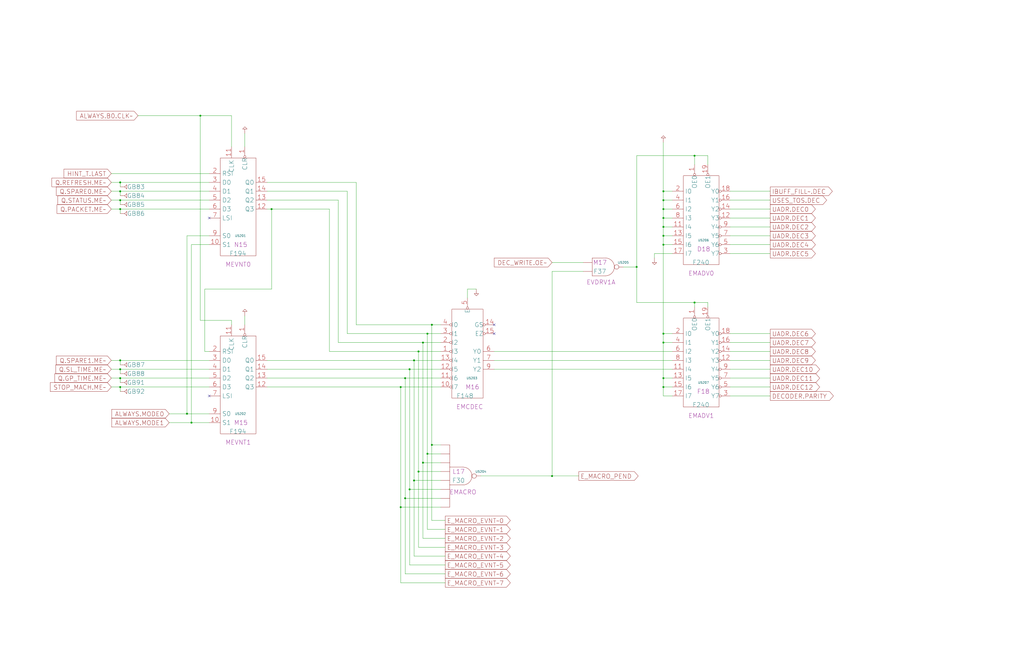
<source format=kicad_sch>
(kicad_sch (version 20250114) (generator "eeschema") (generator_version "9.0")
  (paper "User" 584.2 378.46)
  (title_block (title "EARLY MACRO EVENTS") (date "22-MAY-90") (rev "1.0") (comment 1 "SEQUENCER") (comment 2 "232-003064") (comment 3 "S400") (comment 4 "RELEASED"))
  (lib_symbols
    (symbol "r1000:F148" (pin_names (offset 1.016))
      (property "Reference" "U" (at 2.54 5.08 0))
      (property "Value" "F148" (at -6.35 -5.08 0))
      (property "Location" "___" (at -1.27 0 0))
      (property "Name" "______" (at 1.27 -12.7 0))
      (symbol "F148_1_1"
        (circle (center -9.525 35.56) (radius 0.635))
        (circle (center -9.525 30.48) (radius 0.635))
        (circle (center -9.525 25.4) (radius 0.635))
        (circle (center -9.525 20.32) (radius 0.635))
        (circle (center -9.525 15.24) (radius 0.635))
        (circle (center -9.525 10.16) (radius 0.635))
        (circle (center -9.525 5.08) (radius 0.635))
        (circle (center -9.525 0) (radius 0.635))
        (rectangle (start -8.89 44.45) (end 8.89 -6.35))
        (circle (center 0 45.085) (radius 0.635))
        (circle (center 9.525 35.56) (radius 0.635))
        (circle (center 9.525 30.48) (radius 0.635))
        (pin input line (at -15.24 35.56 0) (length 5.08) (name "I0") (number "4"))
        (pin input line (at -15.24 30.48 0) (length 5.08) (name "I1") (number "3"))
        (pin input line (at -15.24 25.4 0) (length 5.08) (name "I2") (number "2"))
        (pin input line (at -15.24 20.32 0) (length 5.08) (name "I3") (number "1"))
        (pin input line (at -15.24 15.24 0) (length 5.08) (name "I4") (number "13"))
        (pin input line (at -15.24 10.16 0) (length 5.08) (name "I5") (number "12"))
        (pin input line (at -15.24 5.08 0) (length 5.08) (name "I6") (number "11"))
        (pin input line (at -15.24 0 0) (length 5.08) (name "I7") (number "10"))
        (pin input line (at 0 50.8 270) (length 5.08) (name "E") (number "5"))
        (pin output line (at 15.24 35.56 180) (length 5.08) (name "GS") (number "14"))
        (pin output line (at 15.24 30.48 180) (length 5.08) (name "EZ") (number "15"))
        (pin output line (at 15.24 20.32 180) (length 6.35) (name "Y0") (number "6"))
        (pin output line (at 15.24 15.24 180) (length 6.35) (name "Y1") (number "7"))
        (pin output line (at 15.24 10.16 180) (length 6.35) (name "Y2") (number "9"))
      )
    )
    (symbol "r1000:F194" (pin_names (offset 1.016))
      (property "Reference" "U" (at 2.54 5.08 0))
      (property "Value" "F194" (at -3.81 -5.08 0))
      (property "Location" "___" (at -1.27 0 0))
      (property "Name" "______" (at 1.27 -12.7 0))
      (symbol "F194_1_1"
        (rectangle (start -8.89 49.53) (end 11.43 -6.35))
        (circle (center 5.08 50.165) (radius 0.635))
        (pin input line (at -15.24 40.64 0) (length 6.35) (name "RSI") (number "2"))
        (pin input line (at -15.24 35.56 0) (length 6.35) (name "D0") (number "3"))
        (pin input line (at -15.24 30.48 0) (length 6.35) (name "D1") (number "4"))
        (pin input line (at -15.24 25.4 0) (length 6.35) (name "D2") (number "5"))
        (pin input line (at -15.24 20.32 0) (length 6.35) (name "D3") (number "6"))
        (pin input line (at -15.24 15.24 0) (length 6.35) (name "LSI") (number "7"))
        (pin input line (at -15.24 5.08 0) (length 6.35) (name "S0") (number "9"))
        (pin input line (at -15.24 0 0) (length 6.35) (name "S1") (number "10"))
        (pin input line (at -2.54 55.88 270) (length 6.35) (name "CLK") (number "11"))
        (pin input line (at 5.08 55.88 270) (length 5.08) (name "CLR") (number "1"))
        (pin output line (at 17.78 35.56 180) (length 6.35) (name "Q0") (number "15"))
        (pin output line (at 17.78 30.48 180) (length 6.35) (name "Q1") (number "14"))
        (pin output line (at 17.78 25.4 180) (length 6.35) (name "Q2") (number "13"))
        (pin output line (at 17.78 20.32 180) (length 6.35) (name "Q3") (number "12"))
      )
    )
    (symbol "r1000:F240" (pin_names (offset 1.016))
      (property "Reference" "U" (at 2.54 5.08 0))
      (property "Value" "F240" (at -3.81 -7.62 0))
      (property "Location" "___" (at -1.27 0 0))
      (property "Name" "______" (at 1.27 -15.24 0))
      (symbol "F240_1_1"
        (rectangle (start -8.89 41.91) (end 11.43 -8.89))
        (circle (center -2.54 42.545) (radius 0.635))
        (circle (center 5.08 42.545) (radius 0.635))
        (circle (center 12.065 33.02) (radius 0.635))
        (circle (center 12.065 27.94) (radius 0.635))
        (circle (center 12.065 22.86) (radius 0.635))
        (circle (center 12.065 17.78) (radius 0.635))
        (circle (center 12.065 12.7) (radius 0.635))
        (circle (center 12.065 7.62) (radius 0.635))
        (circle (center 12.065 2.54) (radius 0.635))
        (circle (center 12.065 -2.54) (radius 0.635))
        (pin input line (at -15.24 33.02 0) (length 6.35) (name "I0") (number "2"))
        (pin input line (at -15.24 27.94 0) (length 6.35) (name "I1") (number "4"))
        (pin input line (at -15.24 22.86 0) (length 6.35) (name "I2") (number "6"))
        (pin input line (at -15.24 17.78 0) (length 6.35) (name "I3") (number "8"))
        (pin input line (at -15.24 12.7 0) (length 6.35) (name "I4") (number "11"))
        (pin input line (at -15.24 7.62 0) (length 6.35) (name "I5") (number "13"))
        (pin input line (at -15.24 2.54 0) (length 6.35) (name "I6") (number "15"))
        (pin input line (at -15.24 -2.54 0) (length 6.35) (name "I7") (number "17"))
        (pin input line (at -2.54 48.26 270) (length 5.08) (name "OE0") (number "1"))
        (pin input line (at 5.08 48.26 270) (length 5.08) (name "OE1") (number "19"))
        (pin tri_state line (at 17.78 33.02 180) (length 5.08) (name "Y0") (number "18"))
        (pin tri_state line (at 17.78 27.94 180) (length 5.08) (name "Y1") (number "16"))
        (pin tri_state line (at 17.78 22.86 180) (length 5.08) (name "Y2") (number "14"))
        (pin tri_state line (at 17.78 17.78 180) (length 5.08) (name "Y3") (number "12"))
        (pin tri_state line (at 17.78 12.7 180) (length 5.08) (name "Y4") (number "9"))
        (pin tri_state line (at 17.78 7.62 180) (length 5.08) (name "Y5") (number "7"))
        (pin tri_state line (at 17.78 2.54 180) (length 5.08) (name "Y6") (number "5"))
        (pin tri_state line (at 17.78 -2.54 180) (length 5.08) (name "Y7") (number "3"))
      )
    )
    (symbol "r1000:F30" (pin_numbers (hide yes)) (pin_names (hide yes))
      (property "Reference" "U" (at 15.24 2.54 0))
      (property "Value" "F30" (at 2.54 -2.54 0))
      (property "Location" "___" (at 2.54 2.54 0))
      (property "Name" "______" (at 5.08 -10.62 0))
      (symbol "F30_0_0"
        (polyline (pts (xy -2.54 5.08) (xy 5.08 5.08)) (stroke (width 0.1524)))
        (polyline (pts (xy -2.54 -5.08) (xy 5.08 -5.08)) (stroke (width 0.1524)))
        (arc (start 5.08 5.08) (mid 8.6721 3.5921) (end 10.16 0) (stroke (width 0.1524)))
        (arc (start 10.16 0) (mid 8.6721 -3.5921) (end 5.08 -5.08) (stroke (width 0.1524)))
        (circle (center 11.43 0) (radius 1.27) (stroke (width 0.1524)))
      )
      (symbol "F30_0_1"
        (polyline (pts (xy -2.54 17.78) (xy -2.54 17.145)) (stroke (width 0.1524)))
        (polyline (pts (xy -2.54 17.145) (xy -2.54 7.62)) (stroke (width 0.1524)))
        (polyline (pts (xy -2.54 7.62) (xy -2.54 5.08)) (stroke (width 0.1524)))
        (polyline (pts (xy -2.54 5.08) (xy -2.54 -5.08)) (stroke (width 0.1524)))
        (polyline (pts (xy -2.54 -5.08) (xy -2.54 -7.62)) (stroke (width 0.1524)))
        (polyline (pts (xy -2.54 -7.62) (xy -2.54 -17.78)) (stroke (width 0.1524)))
      )
      (symbol "F30_1_1"
        (pin input line (at -7.62 17.78 0) (length 5.08) (name "D0") (number "11"))
        (pin input line (at -7.62 12.7 0) (length 5.08) (name "D1") (number "12"))
        (pin input line (at -7.62 7.62 0) (length 5.08) (name "D2") (number "1"))
        (pin input line (at -7.62 2.54 0) (length 5.08) (name "D3") (number "2"))
        (pin input line (at -7.62 -2.54 0) (length 5.08) (name "D4") (number "3"))
        (pin input line (at -7.62 -7.62 0) (length 5.08) (name "D5") (number "4"))
        (pin input line (at -7.62 -12.7 0) (length 5.08) (name "D6") (number "5"))
        (pin input line (at -7.62 -17.78 0) (length 5.08) (name "D7") (number "6"))
        (pin output line (at 15.24 0 180) (length 2.54) (name "Q") (number "8"))
      )
    )
    (symbol "r1000:F37" (pin_numbers (hide yes)) (pin_names (offset 0) (hide yes))
      (property "Reference" "U" (at 15.24 0 0))
      (property "Value" "F37" (at 1.905 -5.08 0))
      (property "Location" "___" (at 1.905 0 0))
      (property "Name" "______" (at 2.54 -12.7 0))
      (symbol "F37_0_1"
        (polyline (pts (xy -2.54 2.54) (xy -2.54 -7.62)) (stroke (width 0.1524)))
        (polyline (pts (xy -2.54 2.54) (xy 5.08 2.54)) (stroke (width 0.1524)))
        (polyline (pts (xy -2.54 -7.62) (xy 5.08 -7.62)) (stroke (width 0.1524)))
        (arc (start 5.08 2.54) (mid 10.1281 -2.54) (end 5.08 -7.62) (stroke (width 0.1524)))
        (circle (center 11.43 -2.54) (radius 1.27) (stroke (width 0.1524)))
      )
      (symbol "F37_0_2"
        (arc (start -3.175 2.54) (mid -2.134 -2.54) (end -3.175 -7.62) (stroke (width 0.1524)))
        (circle (center -3.81 0) (radius 1.27) (stroke (width 0.1524)))
        (circle (center -3.81 -5.08) (radius 1.27) (stroke (width 0.1524)))
        (polyline (pts (xy -3.175 2.54) (xy 3.81 2.54)) (stroke (width 0.1524)))
        (polyline (pts (xy -3.175 -7.62) (xy 3.81 -7.62)) (stroke (width 0.1524)))
        (arc (start 3.81 2.54) (mid 7.5828 0.7472) (end 10.16 -2.54) (stroke (width 0.1524)))
        (arc (start 10.16 -2.54) (mid 7.5855 -5.8306) (end 3.81 -7.62) (stroke (width 0.1524)))
      )
      (symbol "F37_1_1"
        (pin input line (at -7.62 0 0) (length 5.08) (name "D0") (number "1"))
        (pin input line (at -7.62 -5.08 0) (length 5.08) (name "D1") (number "2"))
        (pin output line (at 15.24 -2.54 180) (length 2.54) (name "Q") (number "3"))
      )
      (symbol "F37_1_2"
        (pin input line (at -7.62 0 0) (length 2.54) (name "D0") (number "1"))
        (pin input line (at -7.62 -5.08 0) (length 2.54) (name "D1") (number "2"))
        (pin output line (at 15.24 -2.54 180) (length 5.08) (name "Q") (number "3"))
      )
    )
    (symbol "r1000:GB" (pin_numbers (hide yes)) (pin_names (offset 0) (hide yes))
      (property "Reference" "GB" (at 3.81 0 0))
      (symbol "GB_0_1"
        (polyline (pts (xy 2.54 0) (xy 3.81 1.27) (xy 3.81 -1.27) (xy 2.54 0)) (stroke (width 0.1524)))
      )
      (symbol "GB_1_1"
        (pin bidirectional line (at 0 0 0) (length 2.54) (name "") (number "1"))
      )
    )
    (symbol "r1000:PD" (power) (pin_numbers (hide yes)) (pin_names (hide yes)) (in_bom no)
      (symbol "PD_0_1"
        (polyline (pts (xy 0 -2.54) (xy 1.27 -2.54) (xy 0 -3.81) (xy -1.27 -2.54) (xy 0 -2.54)) (stroke (width 0.1524)))
      )
      (symbol "PD_1_1"
        (pin power_in line (at 0 0 270) (length 2.54) (name "PD") (number "1"))
      )
    )
    (symbol "r1000:PU" (power) (pin_numbers (hide yes)) (pin_names (hide yes))
      (symbol "PU_0_1"
        (polyline (pts (xy 0 2.54) (xy -1.27 2.54) (xy 0 3.81) (xy 1.27 2.54) (xy 0 2.54)) (stroke (width 0.1524)))
      )
      (symbol "PU_1_1"
        (pin power_in line (at 0 0 90) (length 2.54) (name "PU") (number "1"))
      )
    )
  )
  (junction (at 68.58 215.9))
  (junction (at 378.46 220.98))
  (junction (at 68.58 109.22))
  (junction (at 378.46 190.5))
  (junction (at 228.6 289.56))
  (junction (at 314.96 271.78))
  (junction (at 233.68 279.4))
  (junction (at 396.24 88.9))
  (junction (at 378.46 124.46))
  (junction (at 378.46 119.38))
  (junction (at 228.6 220.98))
  (junction (at 246.38 185.42))
  (junction (at 378.46 195.58))
  (junction (at 109.22 241.3))
  (junction (at 106.68 236.22))
  (junction (at 396.24 172.72))
  (junction (at 68.58 104.14))
  (junction (at 238.76 269.24))
  (junction (at 68.58 210.82))
  (junction (at 378.46 109.22))
  (junction (at 238.76 200.66))
  (junction (at 68.58 114.3))
  (junction (at 68.58 220.98))
  (junction (at 241.3 195.58))
  (junction (at 363.22 152.4))
  (junction (at 378.46 139.7))
  (junction (at 236.22 205.74))
  (junction (at 243.84 259.08))
  (junction (at 378.46 134.62))
  (junction (at 233.68 210.82))
  (junction (at 246.38 254))
  (junction (at 378.46 129.54))
  (junction (at 241.3 264.16))
  (junction (at 231.14 284.48))
  (junction (at 68.58 119.38))
  (junction (at 231.14 215.9))
  (junction (at 154.94 119.38))
  (junction (at 378.46 114.3))
  (junction (at 114.3 66.04))
  (junction (at 236.22 274.32))
  (junction (at 378.46 215.9))
  (junction (at 243.84 190.5))
  (junction (at 68.58 205.74))
  (no_connect (at 119.38 124.46))
  (no_connect (at 281.94 190.5))
  (no_connect (at 119.38 226.06))
  (no_connect (at 281.94 185.42))
  (wire (pts (xy 236.22 205.74) (xy 251.46 205.74)))
  (wire (pts (xy 68.58 215.9) (xy 68.58 218.44)))
  (wire (pts (xy 416.56 129.54) (xy 439.42 129.54)))
  (wire (pts (xy 68.58 210.82) (xy 119.38 210.82)))
  (wire (pts (xy 266.7 170.18) (xy 266.7 165.1)))
  (wire (pts (xy 132.08 182.88) (xy 114.3 182.88)))
  (wire (pts (xy 243.84 259.08) (xy 243.84 302.26)))
  (wire (pts (xy 63.5 119.38) (xy 68.58 119.38)))
  (wire (pts (xy 203.2 104.14) (xy 203.2 185.42)))
  (wire (pts (xy 68.58 220.98) (xy 68.58 223.52)))
  (wire (pts (xy 68.58 205.74) (xy 68.58 208.28)))
  (wire (pts (xy 403.86 175.26) (xy 403.86 172.72)))
  (wire (pts (xy 68.58 104.14) (xy 119.38 104.14)))
  (wire (pts (xy 378.46 114.3) (xy 378.46 109.22)))
  (wire (pts (xy 228.6 332.74) (xy 254 332.74)))
  (wire (pts (xy 274.32 271.78) (xy 314.96 271.78)))
  (wire (pts (xy 378.46 119.38) (xy 378.46 114.3)))
  (wire (pts (xy 378.46 119.38) (xy 383.54 119.38)))
  (wire (pts (xy 416.56 114.3) (xy 439.42 114.3)))
  (wire (pts (xy 246.38 254) (xy 251.46 254)))
  (wire (pts (xy 378.46 195.58) (xy 383.54 195.58)))
  (wire (pts (xy 238.76 269.24) (xy 238.76 312.42)))
  (wire (pts (xy 154.94 165.1) (xy 116.84 165.1)))
  (wire (pts (xy 416.56 124.46) (xy 439.42 124.46)))
  (wire (pts (xy 378.46 129.54) (xy 378.46 124.46)))
  (wire (pts (xy 63.5 210.82) (xy 68.58 210.82)))
  (wire (pts (xy 236.22 274.32) (xy 236.22 317.5)))
  (wire (pts (xy 416.56 134.62) (xy 439.42 134.62)))
  (wire (pts (xy 238.76 312.42) (xy 254 312.42)))
  (wire (pts (xy 187.96 200.66) (xy 238.76 200.66)))
  (wire (pts (xy 231.14 327.66) (xy 254 327.66)))
  (wire (pts (xy 403.86 172.72) (xy 396.24 172.72)))
  (wire (pts (xy 193.04 195.58) (xy 241.3 195.58)))
  (wire (pts (xy 68.58 109.22) (xy 68.58 111.76)))
  (wire (pts (xy 373.38 144.78) (xy 373.38 147.32)))
  (wire (pts (xy 241.3 307.34) (xy 254 307.34)))
  (wire (pts (xy 396.24 88.9) (xy 396.24 93.98)))
  (wire (pts (xy 378.46 215.9) (xy 378.46 195.58)))
  (wire (pts (xy 106.68 134.62) (xy 119.38 134.62)))
  (wire (pts (xy 383.54 226.06) (xy 378.46 226.06)))
  (wire (pts (xy 246.38 185.42) (xy 251.46 185.42)))
  (wire (pts (xy 241.3 264.16) (xy 241.3 307.34)))
  (wire (pts (xy 246.38 254) (xy 246.38 297.18)))
  (wire (pts (xy 416.56 220.98) (xy 439.42 220.98)))
  (wire (pts (xy 78.74 66.04) (xy 114.3 66.04)))
  (wire (pts (xy 233.68 279.4) (xy 233.68 322.58)))
  (wire (pts (xy 116.84 165.1) (xy 116.84 200.66)))
  (wire (pts (xy 416.56 226.06) (xy 439.42 226.06)))
  (wire (pts (xy 416.56 215.9) (xy 439.42 215.9)))
  (wire (pts (xy 106.68 236.22) (xy 106.68 134.62)))
  (wire (pts (xy 198.12 109.22) (xy 198.12 190.5)))
  (wire (pts (xy 281.94 200.66) (xy 383.54 200.66)))
  (wire (pts (xy 238.76 269.24) (xy 251.46 269.24)))
  (wire (pts (xy 198.12 190.5) (xy 243.84 190.5)))
  (wire (pts (xy 231.14 215.9) (xy 231.14 284.48)))
  (wire (pts (xy 241.3 264.16) (xy 251.46 264.16)))
  (wire (pts (xy 132.08 66.04) (xy 132.08 83.82)))
  (wire (pts (xy 416.56 210.82) (xy 439.42 210.82)))
  (wire (pts (xy 416.56 200.66) (xy 439.42 200.66)))
  (wire (pts (xy 416.56 144.78) (xy 439.42 144.78)))
  (wire (pts (xy 228.6 289.56) (xy 228.6 332.74)))
  (wire (pts (xy 152.4 119.38) (xy 154.94 119.38)))
  (wire (pts (xy 119.38 241.3) (xy 109.22 241.3)))
  (wire (pts (xy 203.2 185.42) (xy 246.38 185.42)))
  (wire (pts (xy 114.3 66.04) (xy 132.08 66.04)))
  (wire (pts (xy 416.56 119.38) (xy 439.42 119.38)))
  (wire (pts (xy 266.7 165.1) (xy 271.78 165.1)))
  (wire (pts (xy 378.46 124.46) (xy 378.46 119.38)))
  (wire (pts (xy 378.46 134.62) (xy 383.54 134.62)))
  (wire (pts (xy 243.84 259.08) (xy 251.46 259.08)))
  (wire (pts (xy 68.58 114.3) (xy 68.58 116.84)))
  (wire (pts (xy 233.68 210.82) (xy 251.46 210.82)))
  (wire (pts (xy 68.58 114.3) (xy 119.38 114.3)))
  (wire (pts (xy 231.14 284.48) (xy 231.14 327.66)))
  (wire (pts (xy 416.56 195.58) (xy 439.42 195.58)))
  (wire (pts (xy 246.38 185.42) (xy 246.38 254)))
  (wire (pts (xy 63.5 109.22) (xy 68.58 109.22)))
  (wire (pts (xy 241.3 195.58) (xy 251.46 195.58)))
  (wire (pts (xy 116.84 200.66) (xy 119.38 200.66)))
  (wire (pts (xy 154.94 119.38) (xy 187.96 119.38)))
  (wire (pts (xy 228.6 220.98) (xy 251.46 220.98)))
  (wire (pts (xy 403.86 88.9) (xy 396.24 88.9)))
  (wire (pts (xy 139.7 76.2) (xy 139.7 83.82)))
  (wire (pts (xy 363.22 88.9) (xy 396.24 88.9)))
  (wire (pts (xy 233.68 322.58) (xy 254 322.58)))
  (wire (pts (xy 314.96 271.78) (xy 330.2 271.78)))
  (wire (pts (xy 63.5 114.3) (xy 68.58 114.3)))
  (wire (pts (xy 68.58 104.14) (xy 68.58 106.68)))
  (wire (pts (xy 378.46 114.3) (xy 383.54 114.3)))
  (wire (pts (xy 96.52 236.22) (xy 106.68 236.22)))
  (wire (pts (xy 241.3 195.58) (xy 241.3 264.16)))
  (wire (pts (xy 363.22 172.72) (xy 363.22 152.4)))
  (wire (pts (xy 378.46 109.22) (xy 383.54 109.22)))
  (wire (pts (xy 378.46 139.7) (xy 378.46 134.62)))
  (wire (pts (xy 378.46 124.46) (xy 383.54 124.46)))
  (wire (pts (xy 154.94 119.38) (xy 154.94 165.1)))
  (wire (pts (xy 416.56 190.5) (xy 439.42 190.5)))
  (wire (pts (xy 68.58 210.82) (xy 68.58 213.36)))
  (wire (pts (xy 378.46 129.54) (xy 383.54 129.54)))
  (wire (pts (xy 139.7 180.34) (xy 139.7 185.42)))
  (wire (pts (xy 152.4 215.9) (xy 231.14 215.9)))
  (wire (pts (xy 68.58 205.74) (xy 119.38 205.74)))
  (wire (pts (xy 152.4 109.22) (xy 198.12 109.22)))
  (wire (pts (xy 238.76 200.66) (xy 251.46 200.66)))
  (wire (pts (xy 416.56 139.7) (xy 439.42 139.7)))
  (wire (pts (xy 314.96 154.94) (xy 332.74 154.94)))
  (wire (pts (xy 396.24 172.72) (xy 396.24 175.26)))
  (wire (pts (xy 416.56 109.22) (xy 439.42 109.22)))
  (wire (pts (xy 363.22 152.4) (xy 363.22 88.9)))
  (wire (pts (xy 383.54 144.78) (xy 373.38 144.78)))
  (wire (pts (xy 109.22 241.3) (xy 109.22 139.7)))
  (wire (pts (xy 314.96 271.78) (xy 314.96 154.94)))
  (wire (pts (xy 243.84 190.5) (xy 251.46 190.5)))
  (wire (pts (xy 68.58 119.38) (xy 119.38 119.38)))
  (wire (pts (xy 68.58 215.9) (xy 119.38 215.9)))
  (wire (pts (xy 236.22 205.74) (xy 236.22 274.32)))
  (wire (pts (xy 233.68 279.4) (xy 251.46 279.4)))
  (wire (pts (xy 63.5 99.06) (xy 119.38 99.06)))
  (wire (pts (xy 68.58 109.22) (xy 119.38 109.22)))
  (wire (pts (xy 68.58 220.98) (xy 119.38 220.98)))
  (wire (pts (xy 63.5 215.9) (xy 68.58 215.9)))
  (wire (pts (xy 63.5 205.74) (xy 68.58 205.74)))
  (wire (pts (xy 238.76 200.66) (xy 238.76 269.24)))
  (wire (pts (xy 152.4 205.74) (xy 236.22 205.74)))
  (wire (pts (xy 109.22 139.7) (xy 119.38 139.7)))
  (wire (pts (xy 246.38 297.18) (xy 254 297.18)))
  (wire (pts (xy 152.4 210.82) (xy 233.68 210.82)))
  (wire (pts (xy 378.46 109.22) (xy 378.46 81.28)))
  (wire (pts (xy 378.46 195.58) (xy 378.46 190.5)))
  (wire (pts (xy 355.6 152.4) (xy 363.22 152.4)))
  (wire (pts (xy 152.4 104.14) (xy 203.2 104.14)))
  (wire (pts (xy 243.84 302.26) (xy 254 302.26)))
  (wire (pts (xy 243.84 190.5) (xy 243.84 259.08)))
  (wire (pts (xy 63.5 220.98) (xy 68.58 220.98)))
  (wire (pts (xy 152.4 114.3) (xy 193.04 114.3)))
  (wire (pts (xy 152.4 220.98) (xy 228.6 220.98)))
  (wire (pts (xy 231.14 215.9) (xy 251.46 215.9)))
  (wire (pts (xy 119.38 236.22) (xy 106.68 236.22)))
  (wire (pts (xy 396.24 172.72) (xy 363.22 172.72)))
  (wire (pts (xy 378.46 226.06) (xy 378.46 220.98)))
  (wire (pts (xy 314.96 149.86) (xy 332.74 149.86)))
  (wire (pts (xy 228.6 289.56) (xy 251.46 289.56)))
  (wire (pts (xy 378.46 134.62) (xy 378.46 129.54)))
  (wire (pts (xy 63.5 104.14) (xy 68.58 104.14)))
  (wire (pts (xy 416.56 205.74) (xy 439.42 205.74)))
  (wire (pts (xy 187.96 119.38) (xy 187.96 200.66)))
  (wire (pts (xy 378.46 139.7) (xy 383.54 139.7)))
  (wire (pts (xy 193.04 114.3) (xy 193.04 195.58)))
  (wire (pts (xy 378.46 220.98) (xy 378.46 215.9)))
  (wire (pts (xy 233.68 210.82) (xy 233.68 279.4)))
  (wire (pts (xy 132.08 185.42) (xy 132.08 182.88)))
  (wire (pts (xy 228.6 220.98) (xy 228.6 289.56)))
  (wire (pts (xy 236.22 317.5) (xy 254 317.5)))
  (wire (pts (xy 236.22 274.32) (xy 251.46 274.32)))
  (wire (pts (xy 231.14 284.48) (xy 251.46 284.48)))
  (wire (pts (xy 114.3 66.04) (xy 114.3 182.88)))
  (wire (pts (xy 378.46 190.5) (xy 383.54 190.5)))
  (wire (pts (xy 378.46 190.5) (xy 378.46 139.7)))
  (wire (pts (xy 378.46 215.9) (xy 383.54 215.9)))
  (wire (pts (xy 403.86 93.98) (xy 403.86 88.9)))
  (wire (pts (xy 378.46 220.98) (xy 383.54 220.98)))
  (wire (pts (xy 68.58 119.38) (xy 68.58 121.92)))
  (wire (pts (xy 96.52 241.3) (xy 109.22 241.3)))
  (wire (pts (xy 281.94 210.82) (xy 383.54 210.82)))
  (wire (pts (xy 281.94 205.74) (xy 383.54 205.74)))
  (global_label "UADR.DEC3" (shape output) (at 439.42 134.62 0) (effects (font (size 2.54 2.54))) (property "Intersheetrefs" "${INTERSHEET_REFS}" (at 465.1708 134.4613 0) (effects (font (size 1.905 1.905)) (justify left))))
  (global_label "E_MACRO_PEND" (shape output) (at 330.2 271.78 0) (effects (font (size 2.54 2.54))) (property "Intersheetrefs" "${INTERSHEET_REFS}" (at 364.0546 271.6213 0) (effects (font (size 1.905 1.905)) (justify left))))
  (global_label "STOP_MACH.ME~" (shape input) (at 63.5 220.98 180) (effects (font (size 2.54 2.54))) (property "Intersheetrefs" "${INTERSHEET_REFS}" (at 28.6778 220.8213 0) (effects (font (size 1.905 1.905)) (justify right))))
  (global_label "UADR.DEC12" (shape output) (at 439.42 220.98 0) (effects (font (size 2.54 2.54))) (property "Intersheetrefs" "${INTERSHEET_REFS}" (at 465.1708 220.8213 0) (effects (font (size 1.905 1.905)) (justify left))))
  (global_label "UADR.DEC10" (shape output) (at 439.42 210.82 0) (effects (font (size 2.54 2.54))) (property "Intersheetrefs" "${INTERSHEET_REFS}" (at 465.1708 210.6613 0) (effects (font (size 1.905 1.905)) (justify left))))
  (global_label "UADR.DEC8" (shape output) (at 439.42 200.66 0) (effects (font (size 2.54 2.54))) (property "Intersheetrefs" "${INTERSHEET_REFS}" (at 465.1708 200.5013 0) (effects (font (size 1.905 1.905)) (justify left))))
  (global_label "Q.REFRESH.ME~" (shape input) (at 63.5 104.14 180) (effects (font (size 2.54 2.54))) (property "Intersheetrefs" "${INTERSHEET_REFS}" (at 29.6454 103.9813 0) (effects (font (size 1.905 1.905)) (justify right))))
  (global_label "UADR.DEC0" (shape output) (at 439.42 119.38 0) (effects (font (size 2.54 2.54))) (property "Intersheetrefs" "${INTERSHEET_REFS}" (at 465.1708 119.2213 0) (effects (font (size 1.905 1.905)) (justify left))))
  (global_label "Q.SPARE0.ME~" (shape input) (at 63.5 109.22 180) (effects (font (size 2.54 2.54))) (property "Intersheetrefs" "${INTERSHEET_REFS}" (at 32.1854 109.0613 0) (effects (font (size 1.905 1.905)) (justify right))))
  (global_label "E_MACRO_EVNT~0" (shape output) (at 254 297.18 0) (effects (font (size 2.54 2.54))) (property "Intersheetrefs" "${INTERSHEET_REFS}" (at 291.1203 297.0213 0) (effects (font (size 1.905 1.905)) (justify left))))
  (global_label "UADR.DEC7" (shape output) (at 439.42 195.58 0) (effects (font (size 2.54 2.54))) (property "Intersheetrefs" "${INTERSHEET_REFS}" (at 465.1708 195.4213 0) (effects (font (size 1.905 1.905)) (justify left))))
  (global_label "Q.GP_TIME.ME~" (shape input) (at 63.5 215.9 180) (effects (font (size 2.54 2.54))) (property "Intersheetrefs" "${INTERSHEET_REFS}" (at 31.2178 215.7413 0) (effects (font (size 1.905 1.905)) (justify right))))
  (global_label "DEC_WRITE.OE~" (shape input) (at 314.96 149.86 180) (effects (font (size 2.54 2.54))) (property "Intersheetrefs" "${INTERSHEET_REFS}" (at 281.9521 149.7013 0) (effects (font (size 1.905 1.905)) (justify right))))
  (global_label "USES_TOS.DEC" (shape output) (at 439.42 114.3 0) (effects (font (size 2.54 2.54))) (property "Intersheetrefs" "${INTERSHEET_REFS}" (at 471.5812 114.1413 0) (effects (font (size 1.905 1.905)) (justify left))))
  (global_label "E_MACRO_EVNT~6" (shape output) (at 254 327.66 0) (effects (font (size 2.54 2.54))) (property "Intersheetrefs" "${INTERSHEET_REFS}" (at 291.1203 327.5013 0) (effects (font (size 1.905 1.905)) (justify left))))
  (global_label "UADR.DEC1" (shape output) (at 439.42 124.46 0) (effects (font (size 2.54 2.54))) (property "Intersheetrefs" "${INTERSHEET_REFS}" (at 465.1708 124.3013 0) (effects (font (size 1.905 1.905)) (justify left))))
  (global_label "Q.PACKET.ME~" (shape input) (at 63.5 119.38 180) (effects (font (size 2.54 2.54))) (property "Intersheetrefs" "${INTERSHEET_REFS}" (at 32.5483 119.2213 0) (effects (font (size 1.905 1.905)) (justify right))))
  (global_label "Q.SPARE1.ME~" (shape input) (at 63.5 205.74 180) (effects (font (size 2.54 2.54))) (property "Intersheetrefs" "${INTERSHEET_REFS}" (at 32.1854 205.5813 0) (effects (font (size 1.905 1.905)) (justify right))))
  (global_label "E_MACRO_EVNT~2" (shape output) (at 254 307.34 0) (effects (font (size 2.54 2.54))) (property "Intersheetrefs" "${INTERSHEET_REFS}" (at 291.1203 307.1813 0) (effects (font (size 1.905 1.905)) (justify left))))
  (global_label "ALWAYS.B0.CLK~" (shape input) (at 78.74 66.04 180) (effects (font (size 2.54 2.54))) (property "Intersheetrefs" "${INTERSHEET_REFS}" (at 43.6759 65.8813 0) (effects (font (size 1.905 1.905)) (justify right))))
  (global_label "E_MACRO_EVNT~1" (shape output) (at 254 302.26 0) (effects (font (size 2.54 2.54))) (property "Intersheetrefs" "${INTERSHEET_REFS}" (at 291.1203 302.1013 0) (effects (font (size 1.905 1.905)) (justify left))))
  (global_label "UADR.DEC5" (shape output) (at 439.42 144.78 0) (effects (font (size 2.54 2.54))) (property "Intersheetrefs" "${INTERSHEET_REFS}" (at 465.1708 144.6213 0) (effects (font (size 1.905 1.905)) (justify left))))
  (global_label "ALWAYS.MODE0" (shape input) (at 96.52 236.22 180) (effects (font (size 2.54 2.54))) (property "Intersheetrefs" "${INTERSHEET_REFS}" (at 63.754 236.0613 0) (effects (font (size 1.905 1.905)) (justify right))))
  (global_label "UADR.DEC2" (shape output) (at 439.42 129.54 0) (effects (font (size 2.54 2.54))) (property "Intersheetrefs" "${INTERSHEET_REFS}" (at 465.1708 129.3813 0) (effects (font (size 1.905 1.905)) (justify left))))
  (global_label "E_MACRO_EVNT~3" (shape output) (at 254 312.42 0) (effects (font (size 2.54 2.54))) (property "Intersheetrefs" "${INTERSHEET_REFS}" (at 291.1203 312.2613 0) (effects (font (size 1.905 1.905)) (justify left))))
  (global_label "UADR.DEC4" (shape output) (at 439.42 139.7 0) (effects (font (size 2.54 2.54))) (property "Intersheetrefs" "${INTERSHEET_REFS}" (at 465.1708 139.5413 0) (effects (font (size 1.905 1.905)) (justify left))))
  (global_label "E_MACRO_EVNT~7" (shape output) (at 254 332.74 0) (effects (font (size 2.54 2.54))) (property "Intersheetrefs" "${INTERSHEET_REFS}" (at 291.1203 332.5813 0) (effects (font (size 1.905 1.905)) (justify left))))
  (global_label "UADR.DEC9" (shape output) (at 439.42 205.74 0) (effects (font (size 2.54 2.54))) (property "Intersheetrefs" "${INTERSHEET_REFS}" (at 465.1708 205.5813 0) (effects (font (size 1.905 1.905)) (justify left))))
  (global_label "IBUFF_FILL~.DEC" (shape output) (at 439.42 109.22 0) (effects (font (size 2.54 2.54))) (property "Intersheetrefs" "${INTERSHEET_REFS}" (at 474.847 109.0613 0) (effects (font (size 1.905 1.905)) (justify left))))
  (global_label "E_MACRO_EVNT~4" (shape output) (at 254 317.5 0) (effects (font (size 2.54 2.54))) (property "Intersheetrefs" "${INTERSHEET_REFS}" (at 291.1203 317.3413 0) (effects (font (size 1.905 1.905)) (justify left))))
  (global_label "HINT_T.LAST" (shape input) (at 63.5 99.06 180) (effects (font (size 2.54 2.54))) (property "Intersheetrefs" "${INTERSHEET_REFS}" (at 36.5397 98.9013 0) (effects (font (size 1.905 1.905)) (justify right))))
  (global_label "UADR.DEC6" (shape output) (at 439.42 190.5 0) (effects (font (size 2.54 2.54))) (property "Intersheetrefs" "${INTERSHEET_REFS}" (at 465.1708 190.3413 0) (effects (font (size 1.905 1.905)) (justify left))))
  (global_label "UADR.DEC11" (shape output) (at 439.42 215.9 0) (effects (font (size 2.54 2.54))) (property "Intersheetrefs" "${INTERSHEET_REFS}" (at 465.1708 215.7413 0) (effects (font (size 1.905 1.905)) (justify left))))
  (global_label "Q.STATUS.ME~" (shape input) (at 63.5 114.3 180) (effects (font (size 2.54 2.54))) (property "Intersheetrefs" "${INTERSHEET_REFS}" (at 33.0321 114.1413 0) (effects (font (size 1.905 1.905)) (justify right))))
  (global_label "Q.SL_TIME.ME~" (shape input) (at 63.5 210.82 180) (effects (font (size 2.54 2.54))) (property "Intersheetrefs" "${INTERSHEET_REFS}" (at 31.8226 210.6613 0) (effects (font (size 1.905 1.905)) (justify right))))
  (global_label "DECODER.PARITY" (shape output) (at 439.42 226.06 0) (effects (font (size 2.54 2.54))) (property "Intersheetrefs" "${INTERSHEET_REFS}" (at 475.4517 225.9013 0) (effects (font (size 1.905 1.905)) (justify left))))
  (global_label "E_MACRO_EVNT~5" (shape output) (at 254 322.58 0) (effects (font (size 2.54 2.54))) (property "Intersheetrefs" "${INTERSHEET_REFS}" (at 291.1203 322.4213 0) (effects (font (size 1.905 1.905)) (justify left))))
  (global_label "ALWAYS.MODE1" (shape input) (at 96.52 241.3 180) (effects (font (size 2.54 2.54))) (property "Intersheetrefs" "${INTERSHEET_REFS}" (at 63.754 241.1413 0) (effects (font (size 1.905 1.905)) (justify right))))
  (symbol (lib_id "r1000:F240") (at 398.78 142.24 0) (unit 1)
    (property "Reference" "U5206" (at 401.32 137.16 0))
    (property "Value" "F240" (at 394.97 149.86 0) (effects (font (size 2.54 2.54)) (justify left)))
    (property "Location" "D18" (at 397.51 142.24 0) (effects (font (size 2.54 2.54)) (justify left)))
    (property "Name" "EMADV0" (at 400.05 157.48 0) (effects (font (size 2.54 2.54)) (justify bottom)))
  )
  (symbol (lib_id "r1000:GB") (at 68.58 111.76 0) (unit 1)
    (property "Reference" "GB84" (at 72.39 111.76 0) (effects (font (size 2.54 2.54)) (justify left)))
    (property "Value" "GB" (effects (hide yes)))
  )
  (symbol (lib_id "r1000:PU") (at 378.46 81.28 0) (unit 1)
    (property "Reference" "#PWR05205" (effects (hide yes)))
    (property "Value" "PU" (effects (hide yes)))
  )
  (symbol (lib_id "r1000:F148") (at 266.7 220.98 0) (unit 1)
    (property "Reference" "U5203" (at 269.24 215.9 0))
    (property "Value" "F148" (at 260.35 226.06 0) (effects (font (size 2.54 2.54)) (justify left)))
    (property "Location" "M16" (at 265.43 220.98 0) (effects (font (size 2.54 2.54)) (justify left)))
    (property "Name" "EMCDEC" (at 267.97 233.68 0) (effects (font (size 2.54 2.54)) (justify bottom)))
  )
  (symbol (lib_id "r1000:F194") (at 134.62 139.7 0) (unit 1)
    (property "Reference" "U5201" (at 137.16 134.62 0))
    (property "Value" "F194" (at 130.81 144.78 0) (effects (font (size 2.54 2.54)) (justify left)))
    (property "Location" "N15" (at 133.35 139.7 0) (effects (font (size 2.54 2.54)) (justify left)))
    (property "Name" "MEVNT0" (at 135.89 152.4 0) (effects (font (size 2.54 2.54)) (justify bottom)))
  )
  (symbol (lib_id "r1000:GB") (at 68.58 208.28 0) (unit 1)
    (property "Reference" "GB87" (at 72.39 208.28 0) (effects (font (size 2.54 2.54)) (justify left)))
    (property "Value" "GB" (effects (hide yes)))
  )
  (symbol (lib_id "r1000:GB") (at 68.58 213.36 0) (unit 1)
    (property "Reference" "GB88" (at 72.39 213.36 0) (effects (font (size 2.54 2.54)) (justify left)))
    (property "Value" "GB" (effects (hide yes)))
  )
  (symbol (lib_id "r1000:F37") (at 340.36 149.86 0) (unit 1)
    (property "Reference" "U5205" (at 355.6 149.86 0))
    (property "Value" "F37" (at 342.265 154.94 0) (effects (font (size 2.54 2.54))))
    (property "Location" "M17" (at 342.265 149.86 0) (effects (font (size 2.54 2.54))))
    (property "Name" "EVDRV1A" (at 342.9 162.56 0) (effects (font (size 2.54 2.54)) (justify bottom)))
  )
  (symbol (lib_id "r1000:GB") (at 68.58 218.44 0) (unit 1)
    (property "Reference" "GB91" (at 72.39 218.44 0) (effects (font (size 2.54 2.54)) (justify left)))
    (property "Value" "GB" (effects (hide yes)))
  )
  (symbol (lib_id "r1000:PU") (at 139.7 76.2 0) (unit 1)
    (property "Reference" "#PWR05201" (effects (hide yes)))
    (property "Value" "PU" (effects (hide yes)))
  )
  (symbol (lib_id "r1000:GB") (at 68.58 106.68 0) (unit 1)
    (property "Reference" "GB83" (at 72.39 106.68 0) (effects (font (size 2.54 2.54)) (justify left)))
    (property "Value" "GB" (effects (hide yes)))
  )
  (symbol (lib_id "r1000:F240") (at 398.78 223.52 0) (unit 1)
    (property "Reference" "U5207" (at 401.32 218.44 0))
    (property "Value" "F240" (at 394.97 231.14 0) (effects (font (size 2.54 2.54)) (justify left)))
    (property "Location" "F18" (at 397.51 223.52 0) (effects (font (size 2.54 2.54)) (justify left)))
    (property "Name" "EMADV1" (at 400.05 238.76 0) (effects (font (size 2.54 2.54)) (justify bottom)))
  )
  (symbol (lib_id "r1000:F194") (at 134.62 241.3 0) (unit 1)
    (property "Reference" "U5202" (at 137.16 236.22 0))
    (property "Value" "F194" (at 130.81 246.38 0) (effects (font (size 2.54 2.54)) (justify left)))
    (property "Location" "M15" (at 133.35 241.3 0) (effects (font (size 2.54 2.54)) (justify left)))
    (property "Name" "MEVNT1" (at 135.89 254 0) (effects (font (size 2.54 2.54)) (justify bottom)))
  )
  (symbol (lib_id "r1000:PD") (at 271.78 165.1 0) (unit 1) (in_bom no)
    (property "Reference" "#PWR05203" (effects (hide yes)))
    (property "Value" "PD" (effects (hide yes)))
  )
  (symbol (lib_id "r1000:GB") (at 68.58 121.92 0) (unit 1)
    (property "Reference" "GB86" (at 72.39 121.92 0) (effects (font (size 2.54 2.54)) (justify left)))
    (property "Value" "GB" (effects (hide yes)))
  )
  (symbol (lib_id "r1000:GB") (at 68.58 223.52 0) (unit 1)
    (property "Reference" "GB92" (at 72.39 223.52 0) (effects (font (size 2.54 2.54)) (justify left)))
    (property "Value" "GB" (effects (hide yes)))
  )
  (symbol (lib_id "r1000:PD") (at 373.38 147.32 0) (unit 1) (in_bom no)
    (property "Reference" "#PWR05204" (effects (hide yes)))
    (property "Value" "PD" (effects (hide yes)))
  )
  (symbol (lib_id "r1000:F30") (at 259.08 271.78 0) (unit 1)
    (property "Reference" "U5204" (at 274.32 269.24 0))
    (property "Value" "F30" (at 261.62 274.32 0) (effects (font (size 2.54 2.54))))
    (property "Location" "L17" (at 261.62 269.24 0) (effects (font (size 2.54 2.54))))
    (property "Name" "EMACRO" (at 264.16 282.4 0) (effects (font (size 2.54 2.54)) (justify bottom)))
  )
  (symbol (lib_id "r1000:PU") (at 139.7 180.34 0) (unit 1)
    (property "Reference" "#PWR05202" (effects (hide yes)))
    (property "Value" "PU" (effects (hide yes)))
  )
  (symbol (lib_id "r1000:GB") (at 68.58 116.84 0) (unit 1)
    (property "Reference" "GB85" (at 72.39 116.84 0) (effects (font (size 2.54 2.54)) (justify left)))
    (property "Value" "GB" (effects (hide yes)))
  )
)
</source>
